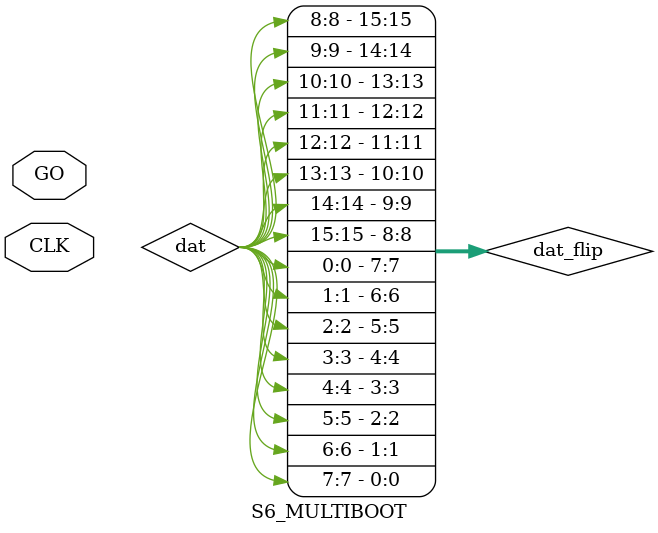
<source format=v>
`timescale 	1ns / 1ns
module S6_MULTIBOOT #(
parameter	WARM_BOOT_START_ADR = 24'h08_00_00, // address to attempt reboot at
parameter	FALLBACK_START_ADR  = 24'h00_00_00, // fallback address if failure
parameter	SPI_RD_OPCODE       =  8'h03        // read opcode (such as 03, E8, 3B, or 6B)
)(
// Master Clock
input	wire	CLK,
input	wire	GO
);

// generate 1-shot counter
reg 	[4:0]	cnt = 5'd31;
always @(posedge CLK) 
	if (GO && (cnt == 5'd31))
		cnt <= 0; // start counter
	else if (cnt[4:1] != 4'b1111) 
		cnt <= cnt +1; // go to 1E
	
wire			cs_l = (cnt[4:1] == 4'b1111);
reg 	[15:0]	dat;
always @(cnt)
	case (cnt)
	5'd00: dat = 16'hFFFF; // dummy word
	5'd01: dat = 16'hFFFF; // dummy word
	5'd02: dat = 16'hAA99; // sync word
	5'd03: dat = 16'h5566; // sync word
	5'd04: dat = 16'h31E1;                          // Type 1, write, CWDT_REG, 1 word
	5'd05: dat = 16'hFFFF;                          // Default long watchdog
	5'd06: dat = 16'h3261;                          // Type 1, write, GENERAL1, 1 word
	5'd07: dat = WARM_BOOT_START_ADR[15:0];         // start address[15:0]
	5'd08: dat = 16'h3281;                          // Type 1, write, GENERAL2, 1 word
	5'd09: dat = {SPI_RD_OPCODE[7:0], WARM_BOOT_START_ADR[23:16]};// Opcode and start address
	5'd10: dat = 16'h32A1;                          // Type 1, write, GENERAL3, 1 word
	5'd11: dat = FALLBACK_START_ADR[15:0];          // start address[15:0]
	5'd12: dat = 16'h32C1;                          // Type 1, write, GENERAL4, 1 word
	5'd13: dat = {SPI_RD_OPCODE[7:0], FALLBACK_START_ADR[23:16]}; // Opcode and start address
	5'd14: dat = 16'h32E1;                          // Type 1, write, GENERAL5, 1 word
	5'd15: dat = 16'h0000;                          // general storage, Not used
	5'd16: dat = 16'h30A1;                          // Type 1, write, CMD,      1 word
	5'd17: dat = 16'h0000;                          // Null
	5'd18: dat = 16'h3301;                          // Type 1, write, MODE_REG, 1 word
	5'd19: dat = 16'h2100;                          // bit, spi x1, mode = 001 SPI, 00h read don't care
	5'd20: dat = 16'h3201;                          // Type 1, write, HC_OPT, 1 word
	5'd21: dat = 16'h001F;                          // don't skip house cleaning
	5'd22: dat = 16'h30A1;                          // Type 1, write, CMD,      1 word
	5'd23: dat = 16'h000E;                          // IPROG Reboot Command
	default: dat = 16'h2000;                        // Type 1, NOP
	endcase

wire	[15:0]	dat_flip = {dat[8], dat[9], dat[10], dat[11], dat[12], dat[13], dat[14], dat[15], dat[0], dat[1], dat[2], dat[3], dat[4], dat[5], dat[6], dat[7]}; 

ICAP_SPARTAN6 icaps6 (
	.CLK(CLK),     // 1-bit Clock input
	.CE(cs_l),     // 1-bit Active low clock enable input
	.I(dat_flip),  // 16-bit Configuration data input bus
	.O(),          // 16-bit Configuartion data output bus
	.WRITE(1'b0),  // 1-bit Active low write input
	.BUSY()        // 1-bit Busy output
	);

endmodule

////-------------------------------------
//// Simulation test bench
////-------------------------------------
//// History of Changes:
////	6-16-2009 Initial creation
////-------------------------------------
//module multiboot_tst;
//// Master Clock
//reg		CLK = 0;
//initial #10 forever #10 CLK = !CLK;
//reg 	GO = 0;
//
//S6_MULTIBOOT #(
//	.WARM_BOOT_START_ADR(24'h08_00_00), // address to attempt reboot at
//	.FALLBACK_START_ADR (24'h00_00_00), // fallback address if failure
//	.SPI_RD_OPCODE      (8'h03)         // read opcode (such as 03, E8, 3B, or 6B)
//) s6multiboot (
//    .CLK(CLK), 
//    .GO(GO)
//    );
//
//initial 
//	begin
//	#1001 GO = 1;
//	end
//
//endmodule
//

</source>
